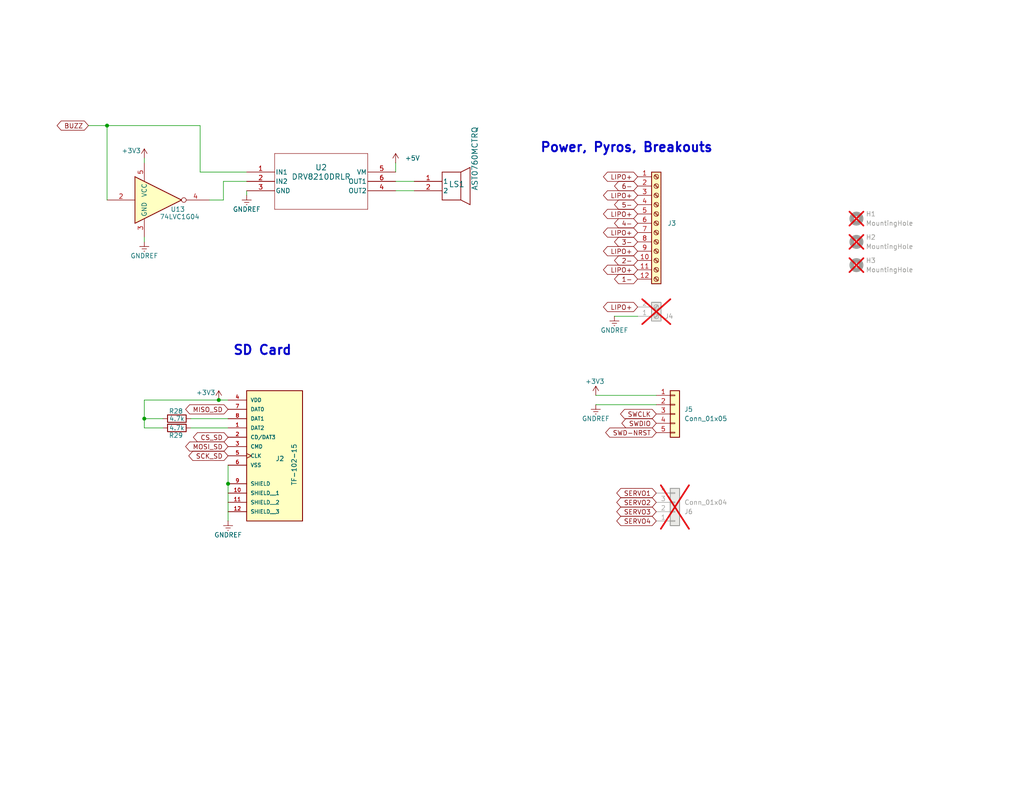
<source format=kicad_sch>
(kicad_sch (version 20250114) (generator "eeschema") (generator_version "9.0")
  (paper "USLetter")
  (title_block (title "WINTER Peripheral Items") (date "2025-08-28") (rev "4-Dev") (company "SparrowTheNerd"))
  (lib_symbols
    (symbol "74xGxx:74LVC1G04"
      (property "Reference" "U" (at 0 7.62 0))
      (property "Value" "74LVC1G04" (at 5.08 -7.62 0))
      (symbol "74LVC1G04_0_1"
        (polyline (pts (xy -7.62 6.35) (xy -7.62 -6.35) (xy 5.08 0) (xy -7.62 6.35)) (stroke (width 0.254)) (fill (type background)))
      )
      (symbol "74LVC1G04_1_1"
        (pin input line (at -15.24 0 0) (length 7.62) (name "~") (number "2"))
        (pin power_in line (at -5.08 10.16 270) (length 5.08) (name "VCC") (number "5"))
        (pin power_in line (at -5.08 -10.16 90) (length 5.08) (name "GND") (number "3"))
        (pin output inverted (at 12.7 0 180) (length 7.62) (name "~") (number "4"))
      )
    )
    (symbol "Connector:Screw_Terminal_01x02" (pin_names (offset 1.016) (hide yes))
      (property "Reference" "J" (at 0 2.54 0))
      (property "Value" "Screw_Terminal_01x02" (at 0 -5.08 0))
      (symbol "Screw_Terminal_01x02_1_1"
        (rectangle (start -1.27 1.27) (end 1.27 -3.81) (stroke (width 0.254)) (fill (type background)))
        (polyline (pts (xy -0.5334 0.3302) (xy 0.3302 -0.508)) (stroke (width 0.1524)))
        (polyline (pts (xy -0.5334 -2.2098) (xy 0.3302 -3.048)) (stroke (width 0.1524)))
        (polyline (pts (xy -0.3556 0.508) (xy 0.508 -0.3302)) (stroke (width 0.1524)))
        (polyline (pts (xy -0.3556 -2.032) (xy 0.508 -2.8702)) (stroke (width 0.1524)))
        (circle (center 0 0) (radius 0.635) (stroke (width 0.1524)))
        (circle (center 0 -2.54) (radius 0.635) (stroke (width 0.1524)))
        (pin passive line (at -5.08 0 0) (length 3.81) (name "Pin_1") (number "1"))
        (pin passive line (at -5.08 -2.54 0) (length 3.81) (name "Pin_2") (number "2"))
      )
    )
    (symbol "Connector:Screw_Terminal_01x12" (pin_names (offset 1.016) (hide yes))
      (property "Reference" "J" (at 0 15.24 0))
      (property "Value" "Screw_Terminal_01x12" (at 0 -17.78 0))
      (symbol "Screw_Terminal_01x12_1_1"
        (rectangle (start -1.27 13.97) (end 1.27 -16.51) (stroke (width 0.254)) (fill (type background)))
        (polyline (pts (xy -0.5334 13.0302) (xy 0.3302 12.192)) (stroke (width 0.1524)))
        (polyline (pts (xy -0.5334 10.4902) (xy 0.3302 9.652)) (stroke (width 0.1524)))
        (polyline (pts (xy -0.5334 7.9502) (xy 0.3302 7.112)) (stroke (width 0.1524)))
        (polyline (pts (xy -0.5334 5.4102) (xy 0.3302 4.572)) (stroke (width 0.1524)))
        (polyline (pts (xy -0.5334 2.8702) (xy 0.3302 2.032)) (stroke (width 0.1524)))
        (polyline (pts (xy -0.5334 0.3302) (xy 0.3302 -0.508)) (stroke (width 0.1524)))
        (polyline (pts (xy -0.5334 -2.2098) (xy 0.3302 -3.048)) (stroke (width 0.1524)))
        (polyline (pts (xy -0.5334 -4.7498) (xy 0.3302 -5.588)) (stroke (width 0.1524)))
        (polyline (pts (xy -0.5334 -7.2898) (xy 0.3302 -8.128)) (stroke (width 0.1524)))
        (polyline (pts (xy -0.5334 -9.8298) (xy 0.3302 -10.668)) (stroke (width 0.1524)))
        (polyline (pts (xy -0.5334 -12.3698) (xy 0.3302 -13.208)) (stroke (width 0.1524)))
        (polyline (pts (xy -0.5334 -14.9098) (xy 0.3302 -15.748)) (stroke (width 0.1524)))
        (polyline (pts (xy -0.3556 13.208) (xy 0.508 12.3698)) (stroke (width 0.1524)))
        (polyline (pts (xy -0.3556 10.668) (xy 0.508 9.8298)) (stroke (width 0.1524)))
        (polyline (pts (xy -0.3556 8.128) (xy 0.508 7.2898)) (stroke (width 0.1524)))
        (polyline (pts (xy -0.3556 5.588) (xy 0.508 4.7498)) (stroke (width 0.1524)))
        (polyline (pts (xy -0.3556 3.048) (xy 0.508 2.2098)) (stroke (width 0.1524)))
        (polyline (pts (xy -0.3556 0.508) (xy 0.508 -0.3302)) (stroke (width 0.1524)))
        (polyline (pts (xy -0.3556 -2.032) (xy 0.508 -2.8702)) (stroke (width 0.1524)))
        (polyline (pts (xy -0.3556 -4.572) (xy 0.508 -5.4102)) (stroke (width 0.1524)))
        (polyline (pts (xy -0.3556 -7.112) (xy 0.508 -7.9502)) (stroke (width 0.1524)))
        (polyline (pts (xy -0.3556 -9.652) (xy 0.508 -10.4902)) (stroke (width 0.1524)))
        (polyline (pts (xy -0.3556 -12.192) (xy 0.508 -13.0302)) (stroke (width 0.1524)))
        (polyline (pts (xy -0.3556 -14.732) (xy 0.508 -15.5702)) (stroke (width 0.1524)))
        (circle (center 0 12.7) (radius 0.635) (stroke (width 0.1524)))
        (circle (center 0 10.16) (radius 0.635) (stroke (width 0.1524)))
        (circle (center 0 7.62) (radius 0.635) (stroke (width 0.1524)))
        (circle (center 0 5.08) (radius 0.635) (stroke (width 0.1524)))
        (circle (center 0 2.54) (radius 0.635) (stroke (width 0.1524)))
        (circle (center 0 0) (radius 0.635) (stroke (width 0.1524)))
        (circle (center 0 -2.54) (radius 0.635) (stroke (width 0.1524)))
        (circle (center 0 -5.08) (radius 0.635) (stroke (width 0.1524)))
        (circle (center 0 -7.62) (radius 0.635) (stroke (width 0.1524)))
        (circle (center 0 -10.16) (radius 0.635) (stroke (width 0.1524)))
        (circle (center 0 -12.7) (radius 0.635) (stroke (width 0.1524)))
        (circle (center 0 -15.24) (radius 0.635) (stroke (width 0.1524)))
        (pin passive line (at -5.08 12.7 0) (length 3.81) (name "Pin_1") (number "1"))
        (pin passive line (at -5.08 10.16 0) (length 3.81) (name "Pin_2") (number "2"))
        (pin passive line (at -5.08 7.62 0) (length 3.81) (name "Pin_3") (number "3"))
        (pin passive line (at -5.08 5.08 0) (length 3.81) (name "Pin_4") (number "4"))
        (pin passive line (at -5.08 2.54 0) (length 3.81) (name "Pin_5") (number "5"))
        (pin passive line (at -5.08 0 0) (length 3.81) (name "Pin_6") (number "6"))
        (pin passive line (at -5.08 -2.54 0) (length 3.81) (name "Pin_7") (number "7"))
        (pin passive line (at -5.08 -5.08 0) (length 3.81) (name "Pin_8") (number "8"))
        (pin passive line (at -5.08 -7.62 0) (length 3.81) (name "Pin_9") (number "9"))
        (pin passive line (at -5.08 -10.16 0) (length 3.81) (name "Pin_10") (number "10"))
        (pin passive line (at -5.08 -12.7 0) (length 3.81) (name "Pin_11") (number "11"))
        (pin passive line (at -5.08 -15.24 0) (length 3.81) (name "Pin_12") (number "12"))
      )
    )
    (symbol "Connector_Generic:Conn_01x04" (pin_names (offset 1.016) (hide yes))
      (property "Reference" "J" (at 0 5.08 0))
      (property "Value" "Conn_01x04" (at 0 -7.62 0))
      (symbol "Conn_01x04_1_1"
        (rectangle (start -1.27 3.81) (end 1.27 -6.35) (stroke (width 0.254)) (fill (type background)))
        (rectangle (start -1.27 2.667) (end 0 2.413) (stroke (width 0.1524)))
        (rectangle (start -1.27 0.127) (end 0 -0.127) (stroke (width 0.1524)))
        (rectangle (start -1.27 -2.413) (end 0 -2.667) (stroke (width 0.1524)))
        (rectangle (start -1.27 -4.953) (end 0 -5.207) (stroke (width 0.1524)))
        (pin passive line (at -5.08 2.54 0) (length 3.81) (name "Pin_1") (number "1"))
        (pin passive line (at -5.08 0 0) (length 3.81) (name "Pin_2") (number "2"))
        (pin passive line (at -5.08 -2.54 0) (length 3.81) (name "Pin_3") (number "3"))
        (pin passive line (at -5.08 -5.08 0) (length 3.81) (name "Pin_4") (number "4"))
      )
    )
    (symbol "Connector_Generic:Conn_01x05" (pin_names (offset 1.016) (hide yes))
      (property "Reference" "J" (at 0 7.62 0))
      (property "Value" "Conn_01x05" (at 0 -7.62 0))
      (symbol "Conn_01x05_1_1"
        (rectangle (start -1.27 6.35) (end 1.27 -6.35) (stroke (width 0.254)) (fill (type background)))
        (rectangle (start -1.27 5.207) (end 0 4.953) (stroke (width 0.1524)))
        (rectangle (start -1.27 2.667) (end 0 2.413) (stroke (width 0.1524)))
        (rectangle (start -1.27 0.127) (end 0 -0.127) (stroke (width 0.1524)))
        (rectangle (start -1.27 -2.413) (end 0 -2.667) (stroke (width 0.1524)))
        (rectangle (start -1.27 -4.953) (end 0 -5.207) (stroke (width 0.1524)))
        (pin passive line (at -5.08 5.08 0) (length 3.81) (name "Pin_1") (number "1"))
        (pin passive line (at -5.08 2.54 0) (length 3.81) (name "Pin_2") (number "2"))
        (pin passive line (at -5.08 0 0) (length 3.81) (name "Pin_3") (number "3"))
        (pin passive line (at -5.08 -2.54 0) (length 3.81) (name "Pin_4") (number "4"))
        (pin passive line (at -5.08 -5.08 0) (length 3.81) (name "Pin_5") (number "5"))
      )
    )
    (symbol "Device:R" (pin_numbers (hide yes)) (pin_names (offset 0))
      (property "Reference" "R" (at 2.032 0 90))
      (property "Value" "R" (at 0 0 90))
      (symbol "R_0_1"
        (rectangle (start -1.016 -2.54) (end 1.016 2.54) (stroke (width 0.254)))
      )
      (symbol "R_1_1"
        (pin passive line (at 0 3.81 270) (length 1.27) (name "~") (number "1"))
        (pin passive line (at 0 -3.81 90) (length 1.27) (name "~") (number "2"))
      )
    )
    (symbol "Mechanical:MountingHole" (pin_names (offset 1.016)) (in_bom no)
      (property "Reference" "H" (at 0 5.08 0))
      (property "Value" "MountingHole" (at 0 3.175 0))
      (symbol "MountingHole_0_1"
        (circle (center 0 0) (radius 1.27) (stroke (width 1.27)))
      )
    )
    (symbol "WINTER_components:AST0760MCTRQ" (pin_names (offset 0.254))
      (property "Reference" "LS" (at 7.62 7.62 0))
      (property "Value" "AST0760MCTRQ" (at 20.32 7.62 0))
      (symbol "AST0760MCTRQ_0_1"
        (polyline (pts (xy 7.62 2.54) (xy 7.62 -5.08)) (stroke (width 0.2032)))
        (polyline (pts (xy 7.62 -5.08) (xy 12.7 -5.08)) (stroke (width 0.2032)))
        (polyline (pts (xy 12.7 2.54) (xy 7.62 2.54)) (stroke (width 0.2032)))
        (polyline (pts (xy 12.7 2.54) (xy 15.24 3.81)) (stroke (width 0.2032)))
        (polyline (pts (xy 12.7 -5.08) (xy 12.7 2.54)) (stroke (width 0.2032)))
        (polyline (pts (xy 15.24 3.81) (xy 15.24 -6.35)) (stroke (width 0.2032)))
        (polyline (pts (xy 15.24 -6.35) (xy 12.7 -5.08)) (stroke (width 0.2032)))
        (pin unspecified line (at 0 0 0) (length 7.62) (name "1") (number "1"))
        (pin unspecified line (at 0 -2.54 0) (length 7.62) (name "2") (number "2"))
      )
    )
    (symbol "WINTER_components:DRV8210DRLR" (pin_names (offset 0.254))
      (property "Reference" "U" (at 20.32 10.16 0))
      (property "Value" "DRV8210DRLR" (at 20.32 7.62 0))
      (symbol "DRV8210DRLR_0_1"
        (polyline (pts (xy 7.62 5.08) (xy 7.62 -10.16)) (stroke (width 0.127)))
        (polyline (pts (xy 7.62 -10.16) (xy 33.02 -10.16)) (stroke (width 0.127)))
        (polyline (pts (xy 33.02 5.08) (xy 7.62 5.08)) (stroke (width 0.127)))
        (polyline (pts (xy 33.02 -10.16) (xy 33.02 5.08)) (stroke (width 0.127)))
        (pin input line (at 0 0 0) (length 7.62) (name "IN1") (number "1"))
        (pin input line (at 0 -2.54 0) (length 7.62) (name "IN2") (number "2"))
        (pin power_out line (at 0 -5.08 0) (length 7.62) (name "GND") (number "3"))
        (pin unspecified line (at 40.64 0 180) (length 7.62) (name "VM") (number "5"))
        (pin output line (at 40.64 -2.54 180) (length 7.62) (name "OUT1") (number "6"))
        (pin output line (at 40.64 -5.08 180) (length 7.62) (name "OUT2") (number "4"))
      )
    )
    (symbol "WINTER_components:MEM2067-02-180-00-A_REVB" (pin_names (offset 1.016))
      (property "Reference" "J6" (at 7.62 -6.35 0))
      (property "Value" "MEM2067-02-180-00-A_REVB" (at 13.97 -20.32 90))
      (symbol "MEM2067-02-180-00-A_REVB_0_0"
        (rectangle (start 0 -22.86) (end 15.24 12.7) (stroke (width 0.254)) (fill (type background)))
        (pin power_in line (at -5.08 10.16 0) (length 5.08) (name "VDD") (number "4"))
        (pin bidirectional line (at -5.08 7.62 0) (length 5.08) (name "DAT0") (number "7"))
        (pin bidirectional line (at -5.08 5.08 0) (length 5.08) (name "DAT1") (number "8"))
        (pin bidirectional line (at -5.08 2.54 0) (length 5.08) (name "DAT2") (number "1"))
        (pin bidirectional line (at -5.08 0 0) (length 5.08) (name "CD/DAT3") (number "2"))
        (pin bidirectional line (at -5.08 -2.54 0) (length 5.08) (name "CMD") (number "3"))
        (pin bidirectional clock (at -5.08 -5.08 0) (length 5.08) (name "CLK") (number "5"))
        (pin power_in line (at -5.08 -7.62 0) (length 5.08) (name "VSS") (number "6"))
        (pin passive line (at -5.08 -12.7 0) (length 5.08) (name "SHIELD") (number "9"))
        (pin passive line (at -5.08 -15.24 0) (length 5.08) (name "SHIELD__1") (number "10"))
        (pin passive line (at -5.08 -17.78 0) (length 5.08) (name "SHIELD__2") (number "11"))
        (pin passive line (at -5.08 -20.32 0) (length 5.08) (name "SHIELD__3") (number "12"))
      )
    )
    (symbol "power:+3V3" (power) (pin_numbers (hide yes)) (pin_names (offset 0) (hide yes))
      (property "Value" "+3V3" (at 0 3.556 0))
      (symbol "+3V3_0_1"
        (polyline (pts (xy -0.762 1.27) (xy 0 2.54)))
        (polyline (pts (xy 0 2.54) (xy 0.762 1.27)))
        (polyline (pts (xy 0 0) (xy 0 2.54)))
      )
      (symbol "+3V3_1_1"
        (pin power_in line (at 0 0 90) (length 0) (name "~") (number "1"))
      )
    )
    (symbol "power:+5V" (power) (pin_numbers (hide yes)) (pin_names (offset 0) (hide yes))
      (property "Value" "+5V" (at 0 3.556 0))
      (symbol "+5V_0_1"
        (polyline (pts (xy -0.762 1.27) (xy 0 2.54)))
        (polyline (pts (xy 0 2.54) (xy 0.762 1.27)))
        (polyline (pts (xy 0 0) (xy 0 2.54)))
      )
      (symbol "+5V_1_1"
        (pin power_in line (at 0 0 90) (length 0) (name "~") (number "1"))
      )
    )
    (symbol "power:GNDREF" (power) (pin_numbers (hide yes)) (pin_names (offset 0) (hide yes))
      (property "Value" "GNDREF" (at 0 -3.81 0))
      (symbol "GNDREF_0_1"
        (polyline (pts (xy -0.635 -1.905) (xy 0.635 -1.905)))
        (polyline (pts (xy -0.127 -2.54) (xy 0.127 -2.54)))
        (polyline (pts (xy 0 -1.27) (xy 0 0)))
        (polyline (pts (xy 1.27 -1.27) (xy -1.27 -1.27)))
      )
      (symbol "GNDREF_1_1"
        (pin power_in line (at 0 0 270) (length 0) (name "~") (number "1"))
      )
    )
  )
  (text "SD Card" (at 71.628 95.758 0) (effects (font (size 2.54 2.54) (bold yes))))
  (text "Power, Pyros, Breakouts" (at 170.942 40.386 0) (effects (font (size 2.54 2.54) (bold yes))))
  (junction (at 59.69 109.22))
  (junction (at 29.21 34.29))
  (junction (at 39.37 114.3))
  (junction (at 62.23 132.08))
  (wire (pts (xy 29.21 34.29) (xy 29.21 54.61)))
  (wire (pts (xy 167.64 86.36) (xy 173.99 86.36)))
  (wire (pts (xy 39.37 43.18) (xy 39.37 44.45)))
  (wire (pts (xy 39.37 114.3) (xy 39.37 116.84)))
  (wire (pts (xy 60.96 49.53) (xy 67.31 49.53)))
  (wire (pts (xy 60.96 54.61) (xy 60.96 49.53)))
  (wire (pts (xy 24.13 34.29) (xy 29.21 34.29)))
  (wire (pts (xy 39.37 109.22) (xy 59.69 109.22)))
  (wire (pts (xy 54.61 46.99) (xy 54.61 34.29)))
  (wire (pts (xy 107.95 52.07) (xy 113.03 52.07)))
  (wire (pts (xy 39.37 114.3) (xy 39.37 109.22)))
  (wire (pts (xy 39.37 64.77) (xy 39.37 66.04)))
  (wire (pts (xy 52.07 114.3) (xy 62.23 114.3)))
  (wire (pts (xy 62.23 132.08) (xy 62.23 142.24)))
  (wire (pts (xy 162.56 107.95) (xy 179.07 107.95)))
  (wire (pts (xy 107.95 44.45) (xy 107.95 46.99)))
  (wire (pts (xy 67.31 52.07) (xy 67.31 53.34)))
  (wire (pts (xy 162.56 110.49) (xy 179.07 110.49)))
  (wire (pts (xy 62.23 127) (xy 62.23 132.08)))
  (wire (pts (xy 67.31 46.99) (xy 54.61 46.99)))
  (wire (pts (xy 39.37 116.84) (xy 44.45 116.84)))
  (wire (pts (xy 54.61 34.29) (xy 29.21 34.29)))
  (wire (pts (xy 57.15 54.61) (xy 60.96 54.61)))
  (wire (pts (xy 107.95 49.53) (xy 113.03 49.53)))
  (wire (pts (xy 59.69 109.22) (xy 62.23 109.22)))
  (wire (pts (xy 52.07 116.84) (xy 62.23 116.84)))
  (wire (pts (xy 39.37 114.3) (xy 44.45 114.3)))
  (global_label "SWDIO" (shape bidirectional) (at 179.07 115.57 180) (property "Intersheetrefs" "${INTERSHEET_REFS}" (effects (hide yes))))
  (global_label "BUZZ" (shape bidirectional) (at 24.13 34.29 180) (property "Intersheetrefs" "${INTERSHEET_REFS}" (effects (hide yes))))
  (global_label "LIPO+" (shape bidirectional) (at 173.99 58.42 180) (property "Intersheetrefs" "${INTERSHEET_REFS}" (effects (hide yes))))
  (global_label "SWD-NRST" (shape bidirectional) (at 179.07 118.11 180) (property "Intersheetrefs" "${INTERSHEET_REFS}" (effects (hide yes))))
  (global_label "3-" (shape bidirectional) (at 173.99 66.04 180) (property "Intersheetrefs" "${INTERSHEET_REFS}" (effects (hide yes))))
  (global_label "LIPO+" (shape bidirectional) (at 173.99 83.82 180) (property "Intersheetrefs" "${INTERSHEET_REFS}" (effects (hide yes))))
  (global_label "1-" (shape bidirectional) (at 173.99 76.2 180) (property "Intersheetrefs" "${INTERSHEET_REFS}" (effects (hide yes))))
  (global_label "6-" (shape bidirectional) (at 173.99 50.8 180) (property "Intersheetrefs" "${INTERSHEET_REFS}" (effects (hide yes))))
  (global_label "SWCLK" (shape bidirectional) (at 179.07 113.03 180) (property "Intersheetrefs" "${INTERSHEET_REFS}" (effects (hide yes))))
  (global_label "SERVO3" (shape bidirectional) (at 179.07 139.7 180) (property "Intersheetrefs" "${INTERSHEET_REFS}" (effects (hide yes))))
  (global_label "LIPO+" (shape bidirectional) (at 173.99 68.58 180) (property "Intersheetrefs" "${INTERSHEET_REFS}" (effects (hide yes))))
  (global_label "2-" (shape bidirectional) (at 173.99 71.12 180) (property "Intersheetrefs" "${INTERSHEET_REFS}" (effects (hide yes))))
  (global_label "5-" (shape bidirectional) (at 173.99 55.88 180) (property "Intersheetrefs" "${INTERSHEET_REFS}" (effects (hide yes))))
  (global_label "4-" (shape bidirectional) (at 173.99 60.96 180) (property "Intersheetrefs" "${INTERSHEET_REFS}" (effects (hide yes))))
  (global_label "MISO_SD" (shape bidirectional) (at 62.23 111.76 180) (property "Intersheetrefs" "${INTERSHEET_REFS}" (effects (hide yes))))
  (global_label "CS_SD" (shape bidirectional) (at 62.23 119.38 180) (property "Intersheetrefs" "${INTERSHEET_REFS}" (effects (hide yes))))
  (global_label "SCK_SD" (shape bidirectional) (at 62.23 124.46 180) (property "Intersheetrefs" "${INTERSHEET_REFS}" (effects (hide yes))))
  (global_label "LIPO+" (shape bidirectional) (at 173.99 63.5 180) (property "Intersheetrefs" "${INTERSHEET_REFS}" (effects (hide yes))))
  (global_label "LIPO+" (shape bidirectional) (at 173.99 53.34 180) (property "Intersheetrefs" "${INTERSHEET_REFS}" (effects (hide yes))))
  (global_label "MOSI_SD" (shape bidirectional) (at 62.23 121.92 180) (property "Intersheetrefs" "${INTERSHEET_REFS}" (effects (hide yes))))
  (global_label "LIPO+" (shape bidirectional) (at 173.99 73.66 180) (property "Intersheetrefs" "${INTERSHEET_REFS}" (effects (hide yes))))
  (global_label "LIPO+" (shape bidirectional) (at 173.99 48.26 180) (property "Intersheetrefs" "${INTERSHEET_REFS}" (effects (hide yes))))
  (global_label "SERVO1" (shape bidirectional) (at 179.07 134.62 180) (property "Intersheetrefs" "${INTERSHEET_REFS}" (effects (hide yes))))
  (global_label "SERVO2" (shape bidirectional) (at 179.07 137.16 180) (property "Intersheetrefs" "${INTERSHEET_REFS}" (effects (hide yes))))
  (global_label "SERVO4" (shape bidirectional) (at 179.07 142.24 180) (property "Intersheetrefs" "${INTERSHEET_REFS}" (effects (hide yes))))
  (symbol (lib_id "power:GNDREF") (at 162.56 110.49 0) (mirror y) (unit 1)
    (property "Reference" "#PWR0173" (effects (hide yes)))
    (property "Value" "GNDREF" (at 162.56 114.3 0))
    (property "Description" "Power symbol creates a global label with name \"GNDREF\" , reference supply ground" (effects (hide yes)))
  )
  (symbol (lib_id "power:+3V3") (at 59.69 109.22 0) (unit 1)
    (property "Reference" "#PWR0178" (effects (hide yes)))
    (property "Value" "+3V3" (at 56.134 107.188 0))
    (property "Description" "Power symbol creates a global label with name \"+3V3\"" (effects (hide yes)))
  )
  (symbol (lib_id "power:+5V") (at 107.95 44.45 0) (unit 1)
    (property "Reference" "#PWR01" (effects (hide yes)))
    (property "Value" "+5V" (at 110.49 43.1799 0) (effects (justify left)))
    (property "Description" "Power symbol creates a global label with name \"+5V\"" (effects (hide yes)))
  )
  (symbol (lib_id "power:+3V3") (at 39.37 43.18 0) (unit 1)
    (property "Reference" "#PWR08" (effects (hide yes)))
    (property "Value" "+3V3" (at 35.814 41.148 0))
    (property "Description" "Power symbol creates a global label with name \"+3V3\"" (effects (hide yes)))
  )
  (symbol (lib_id "WINTER_components:AST0760MCTRQ") (at 113.03 49.53 0) (unit 1)
    (property "Reference" "LS1" (at 122.428 50.292 0) (effects (font (size 1.524 1.524)) (justify left)))
    (property "Value" "AST0760MCTRQ" (at 129.54 52.0699 90) (effects (font (size 1.524 1.524)) (justify left)))
    (property "Footprint" "WINTERfootprints:AST0760_MAL" (effects (hide yes)))
    (property "Datasheet" "AST0760MCTRQ" (effects (hide yes)))
    (property "LCSC" "C5949284" (effects (hide yes)))
    (property "Product ID" "AST0760MCTRQ" (effects (hide yes)))
  )
  (symbol (lib_id "Connector:Screw_Terminal_01x12") (at 179.07 60.96 0) (unit 1)
    (property "Reference" "J3" (at 182.118 60.96 0) (effects (justify left)))
    (property "Value" "Screw_Terminal_01x12" (effects (hide yes)))
    (property "Footprint" "TerminalBlock_Phoenix:TerminalBlock_Phoenix_MPT-0,5-12-2.54_1x12_P2.54mm_Horizontal" (effects (hide yes)))
    (property "Description" "Generic screw terminal, single row, 01x12, script generated (kicad-library-utils/schlib/autogen/connector/)" (effects (hide yes)))
    (property "Product ID" "1725753" (effects (hide yes)))
    (property "LCSC" "DNP" (effects (hide yes)))
  )
  (symbol (lib_id "power:GNDREF") (at 39.37 66.04 0) (mirror y) (unit 1)
    (property "Reference" "#PWR07" (effects (hide yes)))
    (property "Value" "GNDREF" (at 39.37 69.85 0))
    (property "Description" "Power symbol creates a global label with name \"GNDREF\" , reference supply ground" (effects (hide yes)))
  )
  (symbol (lib_id "Connector_Generic:Conn_01x04") (at 184.15 139.7 0) (mirror x) (unit 1) (in_bom no) (dnp yes)
    (property "Reference" "J6" (at 186.69 139.7001 0) (effects (justify left)))
    (property "Value" "Conn_01x04" (at 186.69 137.1601 0) (effects (justify left)))
    (property "Footprint" "Connector_PinHeader_2.54mm:PinHeader_1x04_P2.54mm_Vertical" (effects (hide yes)))
    (property "Description" "Generic connector, single row, 01x04, script generated (kicad-library-utils/schlib/autogen/connector/)" (effects (hide yes)))
    (property "LCSC" "DNP" (effects (hide yes)))
  )
  (symbol (lib_id "power:+3V3") (at 162.56 107.95 0) (unit 1)
    (property "Reference" "#PWR0174" (effects (hide yes)))
    (property "Value" "+3V3" (at 162.306 104.14 0))
    (property "Description" "Power symbol creates a global label with name \"+3V3\"" (effects (hide yes)))
  )
  (symbol (lib_id "power:GNDREF") (at 67.31 53.34 0) (mirror y) (unit 1)
    (property "Reference" "#PWR06" (effects (hide yes)))
    (property "Value" "GNDREF" (at 67.31 57.15 0))
    (property "Description" "Power symbol creates a global label with name \"GNDREF\" , reference supply ground" (effects (hide yes)))
  )
  (symbol (lib_id "Mechanical:MountingHole") (at 233.68 59.69 0) (unit 1) (exclude_from_sim yes) (in_bom no) (dnp yes)
    (property "Reference" "H1" (at 236.22 58.4199 0) (effects (justify left)))
    (property "Value" "MountingHole" (at 236.22 60.9599 0) (effects (justify left)))
    (property "Footprint" "MountingHole:MountingHole_2.2mm_M2_ISO7380_Pad_TopOnly" (effects (hide yes)))
    (property "Description" "Mounting Hole without connection" (effects (hide yes)))
    (property "LCSC" "DNP" (effects (hide yes)))
  )
  (symbol (lib_id "Connector_Generic:Conn_01x05") (at 184.15 113.03 0) (unit 1) (in_bom no)
    (property "Reference" "J5" (at 186.69 111.7599 0) (effects (justify left)))
    (property "Value" "Conn_01x05" (at 186.69 114.2999 0) (effects (justify left)))
    (property "Footprint" "Connector_PinHeader_2.54mm:PinHeader_1x05_P2.54mm_Vertical" (effects (hide yes)))
    (property "Description" "Generic connector, single row, 01x05, script generated (kicad-library-utils/schlib/autogen/connector/)" (effects (hide yes)))
    (property "LCSC" "DNP" (effects (hide yes)))
    (property "Product ID" "2.54mm pitch header pins" (effects (hide yes)))
  )
  (symbol (lib_id "Connector:Screw_Terminal_01x02") (at 179.07 86.36 0) (mirror x) (unit 1) (in_bom no) (dnp yes)
    (property "Reference" "J4" (at 181.356 86.36 0) (effects (justify left)))
    (property "Value" "Screw_Terminal_01x02" (effects (hide yes)))
    (property "Footprint" "Connector_PinHeader_2.54mm:PinHeader_1x02_P2.54mm_Vertical" (effects (hide yes)))
    (property "Description" "Generic screw terminal, single row, 01x02, script generated (kicad-library-utils/schlib/autogen/connector/)" (effects (hide yes)))
    (property "LCSC" "DNP" (effects (hide yes)))
  )
  (symbol (lib_id "74xGxx:74LVC1G04") (at 44.45 54.61 0) (unit 1)
    (property "Reference" "U13" (at 48.514 57.15 0))
    (property "Value" "74LVC1G04" (at 49.022 59.182 0))
    (property "Footprint" "Package_TO_SOT_SMD:Texas_R-PDSO-G5_DCK-5" (effects (hide yes)))
    (property "Datasheet" "https://www.ti.com/lit/ds/symlink/sn74lvc1g04.pdf" (effects (hide yes)))
    (property "Description" "Single NOT Gate, Low-Voltage CMOS" (effects (hide yes)))
    (property "LCSC" "C8207" (effects (hide yes)))
    (property "Product ID" "74LVC1G04" (effects (hide yes)))
  )
  (symbol (lib_id "Mechanical:MountingHole") (at 233.68 72.39 0) (unit 1) (exclude_from_sim yes) (in_bom no) (dnp yes)
    (property "Reference" "H3" (at 236.22 71.1199 0) (effects (justify left)))
    (property "Value" "MountingHole" (at 236.22 73.6599 0) (effects (justify left)))
    (property "Footprint" "MountingHole:MountingHole_2.2mm_M2_ISO7380_Pad_TopOnly" (effects (hide yes)))
    (property "Description" "Mounting Hole without connection" (effects (hide yes)))
    (property "LCSC" "DNP" (effects (hide yes)))
  )
  (symbol (lib_id "power:GNDREF") (at 62.23 142.24 0) (mirror y) (unit 1)
    (property "Reference" "#PWR0177" (effects (hide yes)))
    (property "Value" "GNDREF" (at 62.23 146.05 0))
    (property "Description" "Power symbol creates a global label with name \"GNDREF\" , reference supply ground" (effects (hide yes)))
  )
  (symbol (lib_id "Device:R") (at 48.26 116.84 90) (unit 1)
    (property "Reference" "R29" (at 48.006 118.872 90))
    (property "Value" "4.7k" (at 48.26 116.84 90))
    (property "Footprint" "Resistor_SMD:R_0603_1608Metric" (effects (hide yes)))
    (property "Description" "Resistor" (effects (hide yes)))
    (property "LCSC" "C23162" (effects (hide yes)))
    (property "Product ID" "ERJ-PA3J472V" (effects (hide yes)))
  )
  (symbol (lib_id "power:GNDREF") (at 167.64 86.36 0) (mirror y) (unit 1)
    (property "Reference" "#PWR0176" (effects (hide yes)))
    (property "Value" "GNDREF" (at 167.64 90.17 0))
    (property "Description" "Power symbol creates a global label with name \"GNDREF\" , reference supply ground" (effects (hide yes)))
  )
  (symbol (lib_id "WINTER_components:MEM2067-02-180-00-A_REVB") (at 67.31 119.38 0) (unit 1)
    (property "Reference" "J2" (at 75.184 125.222 0) (effects (justify left)))
    (property "Value" "TF-102-15" (at 80.264 132.588 90) (effects (justify left)))
    (property "Footprint" "WINTERfootprints:microSD_GCT_MEM2067-02-180-00" (effects (hide yes)))
    (property "MANUFACTURER" "GCT" (effects (hide yes)))
    (property "LCSC" "C266609" (effects (hide yes)))
    (property "Mouser ID" "538-47219-2001" (effects (hide yes)))
    (property "Product ID" "47219-2001" (effects (hide yes)))
  )
  (symbol (lib_id "WINTER_components:DRV8210DRLR") (at 67.31 46.99 0) (unit 1)
    (property "Reference" "U2" (at 87.63 45.72 0) (effects (font (size 1.524 1.524))))
    (property "Value" "DRV8210DRLR" (at 87.63 48.26 0) (effects (font (size 1.524 1.524))))
    (property "Footprint" "WINTERfootprints:SOT_210DRLR_TEX" (effects (hide yes)))
    (property "Datasheet" "DRV8210DRLR" (effects (hide yes)))
    (property "LCSC" "C3681297" (effects (hide yes)))
    (property "Product ID" "DRV8210DRLR" (effects (hide yes)))
  )
  (symbol (lib_id "Mechanical:MountingHole") (at 233.68 66.04 0) (unit 1) (exclude_from_sim yes) (in_bom no) (dnp yes)
    (property "Reference" "H2" (at 236.22 64.7699 0) (effects (justify left)))
    (property "Value" "MountingHole" (at 236.22 67.3099 0) (effects (justify left)))
    (property "Footprint" "MountingHole:MountingHole_2.2mm_M2_ISO7380_Pad_TopOnly" (effects (hide yes)))
    (property "Description" "Mounting Hole without connection" (effects (hide yes)))
    (property "LCSC" "DNP" (effects (hide yes)))
  )
  (symbol (lib_id "Device:R") (at 48.26 114.3 90) (unit 1)
    (property "Reference" "R28" (at 48.006 112.268 90))
    (property "Value" "4.7k" (at 48.26 114.3 90))
    (property "Footprint" "Resistor_SMD:R_0603_1608Metric" (effects (hide yes)))
    (property "Description" "Resistor" (effects (hide yes)))
    (property "LCSC" "C23162" (effects (hide yes)))
    (property "Product ID" "ERJ-PA3J472V" (effects (hide yes)))
  )
)
</source>
